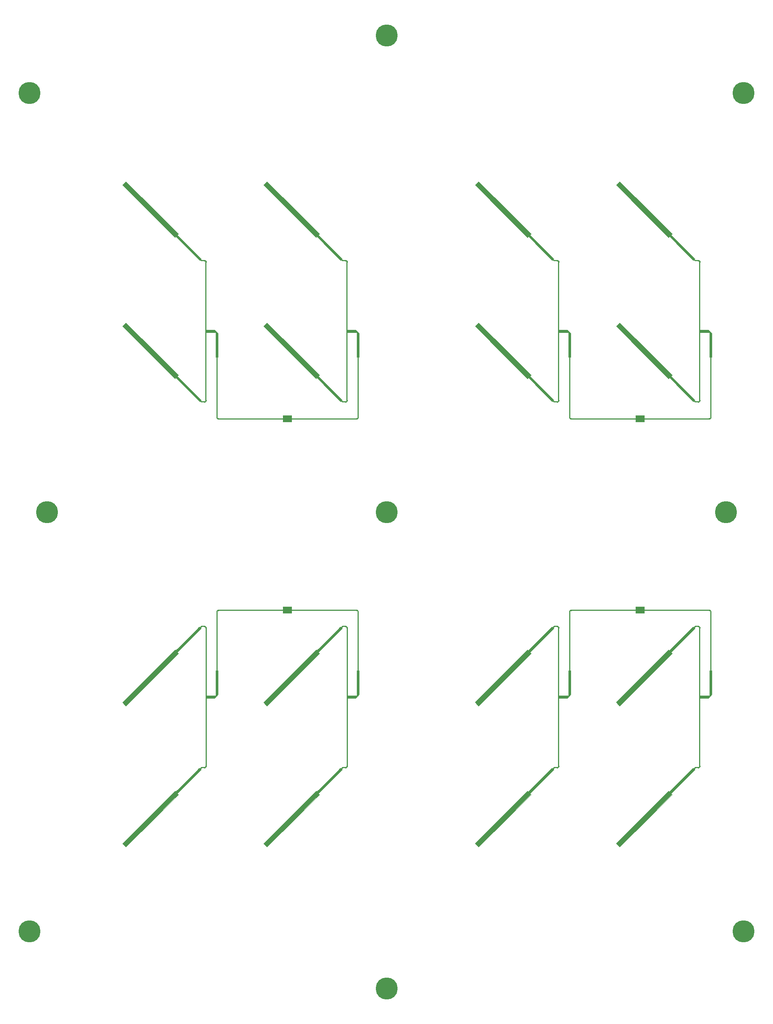
<source format=gbr>
%TF.GenerationSoftware,KiCad,Pcbnew,5.99.0-unknown-283d176cdc~117~ubuntu20.04.1*%
%TF.CreationDate,2021-02-27T14:34:11-06:00*%
%TF.ProjectId,Feeds,46656564-732e-46b6-9963-61645f706362,rev?*%
%TF.SameCoordinates,Original*%
%TF.FileFunction,Copper,L2,Bot*%
%TF.FilePolarity,Positive*%
%FSLAX46Y46*%
G04 Gerber Fmt 4.6, Leading zero omitted, Abs format (unit mm)*
G04 Created by KiCad (PCBNEW 5.99.0-unknown-283d176cdc~117~ubuntu20.04.1) date 2021-02-27 14:34:11*
%MOMM*%
%LPD*%
G01*
G04 APERTURE LIST*
G04 Aperture macros list*
%AMRotRect*
0 Rectangle, with rotation*
0 The origin of the aperture is its center*
0 $1 length*
0 $2 width*
0 $3 Rotation angle, in degrees counterclockwise*
0 Add horizontal line*
21,1,$1,$2,0,0,$3*%
%AMFreePoly0*
4,1,13,0.997739,0.781656,0.997754,0.781621,0.997754,-0.782490,0.997739,-0.782525,0.997704,-0.782540,-1.001585,-0.782540,-1.001620,-0.782525,-1.001635,-0.782490,-1.001635,0.781620,-1.001620,0.781655,-1.001585,0.781670,0.997704,0.781671,0.997739,0.781656,0.997739,0.781656,$1*%
G04 Aperture macros list end*
%TA.AperFunction,EtchedComponent*%
%ADD10C,0.000100*%
%TD*%
%TA.AperFunction,SMDPad,CuDef*%
%ADD11RotRect,1.109000X1.109000X225.000000*%
%TD*%
%TA.AperFunction,ConnectorPad*%
%ADD12C,5.000000*%
%TD*%
%TA.AperFunction,ComponentPad*%
%ADD13C,2.900000*%
%TD*%
%TA.AperFunction,SMDPad,CuDef*%
%ADD14RotRect,1.109000X1.109000X135.000000*%
%TD*%
%TA.AperFunction,ConnectorPad*%
%ADD15R,0.222000X0.111000*%
%TD*%
%TA.AperFunction,ConnectorPad*%
%ADD16R,0.111000X0.222000*%
%TD*%
%TA.AperFunction,SMDPad,CuDef*%
%ADD17R,0.553000X0.553000*%
%TD*%
%TA.AperFunction,SMDPad,CuDef*%
%ADD18RotRect,0.553000X0.553000X135.000000*%
%TD*%
%TA.AperFunction,SMDPad,CuDef*%
%ADD19RotRect,0.553000X0.553000X225.000000*%
%TD*%
%TA.AperFunction,WasherPad*%
%ADD20C,1.565000*%
%TD*%
%TA.AperFunction,SMDPad,CuDef*%
%ADD21FreePoly0,0.000000*%
%TD*%
%TA.AperFunction,SMDPad,CuDef*%
%ADD22FreePoly0,180.000000*%
%TD*%
%TA.AperFunction,Conductor*%
%ADD23C,0.222000*%
%TD*%
G04 APERTURE END LIST*
D10*
%TO.C,AE5*%
X45779489Y-177004692D02*
X33852012Y-188932169D01*
X33852012Y-188932169D02*
X33067831Y-188147988D01*
X33067831Y-188147988D02*
X44995308Y-176220511D01*
X44995308Y-176220511D02*
X45779489Y-177004692D01*
G36*
X45779489Y-177004692D02*
G01*
X33852012Y-188932169D01*
X33067831Y-188147988D01*
X44995308Y-176220511D01*
X45779489Y-177004692D01*
G37*
X76995308Y-50779489D02*
X65067831Y-38852012D01*
X65067831Y-38852012D02*
X65852012Y-38067831D01*
X65852012Y-38067831D02*
X77779489Y-49995308D01*
X77779489Y-49995308D02*
X76995308Y-50779489D01*
G36*
X76995308Y-50779489D02*
G01*
X65067831Y-38852012D01*
X65852012Y-38067831D01*
X77779489Y-49995308D01*
X76995308Y-50779489D01*
G37*
X157779489Y-145004692D02*
X145852012Y-156932169D01*
X145852012Y-156932169D02*
X145067831Y-156147988D01*
X145067831Y-156147988D02*
X156995308Y-144220511D01*
X156995308Y-144220511D02*
X157779489Y-145004692D01*
G36*
X157779489Y-145004692D02*
G01*
X145852012Y-156932169D01*
X145067831Y-156147988D01*
X156995308Y-144220511D01*
X157779489Y-145004692D01*
G37*
X156995308Y-82779489D02*
X145067831Y-70852012D01*
X145067831Y-70852012D02*
X145852012Y-70067831D01*
X145852012Y-70067831D02*
X157779489Y-81995308D01*
X157779489Y-81995308D02*
X156995308Y-82779489D01*
G36*
X156995308Y-82779489D02*
G01*
X145067831Y-70852012D01*
X145852012Y-70067831D01*
X157779489Y-81995308D01*
X156995308Y-82779489D01*
G37*
X157779489Y-177004692D02*
X145852012Y-188932169D01*
X145852012Y-188932169D02*
X145067831Y-188147988D01*
X145067831Y-188147988D02*
X156995308Y-176220511D01*
X156995308Y-176220511D02*
X157779489Y-177004692D01*
G36*
X157779489Y-177004692D02*
G01*
X145852012Y-188932169D01*
X145067831Y-188147988D01*
X156995308Y-176220511D01*
X157779489Y-177004692D01*
G37*
X44995308Y-50779489D02*
X33067831Y-38852012D01*
X33067831Y-38852012D02*
X33852012Y-38067831D01*
X33852012Y-38067831D02*
X45779489Y-49995308D01*
X45779489Y-49995308D02*
X44995308Y-50779489D01*
G36*
X44995308Y-50779489D02*
G01*
X33067831Y-38852012D01*
X33852012Y-38067831D01*
X45779489Y-49995308D01*
X44995308Y-50779489D01*
G37*
X44995308Y-82779489D02*
X33067831Y-70852012D01*
X33067831Y-70852012D02*
X33852012Y-70067831D01*
X33852012Y-70067831D02*
X45779489Y-81995308D01*
X45779489Y-81995308D02*
X44995308Y-82779489D01*
G36*
X44995308Y-82779489D02*
G01*
X33067831Y-70852012D01*
X33852012Y-70067831D01*
X45779489Y-81995308D01*
X44995308Y-82779489D01*
G37*
X125779489Y-177004692D02*
X113852012Y-188932169D01*
X113852012Y-188932169D02*
X113067831Y-188147988D01*
X113067831Y-188147988D02*
X124995308Y-176220511D01*
X124995308Y-176220511D02*
X125779489Y-177004692D01*
G36*
X125779489Y-177004692D02*
G01*
X113852012Y-188932169D01*
X113067831Y-188147988D01*
X124995308Y-176220511D01*
X125779489Y-177004692D01*
G37*
X125779489Y-145004692D02*
X113852012Y-156932169D01*
X113852012Y-156932169D02*
X113067831Y-156147988D01*
X113067831Y-156147988D02*
X124995308Y-144220511D01*
X124995308Y-144220511D02*
X125779489Y-145004692D01*
G36*
X125779489Y-145004692D02*
G01*
X113852012Y-156932169D01*
X113067831Y-156147988D01*
X124995308Y-144220511D01*
X125779489Y-145004692D01*
G37*
X76995308Y-82779489D02*
X65067831Y-70852012D01*
X65067831Y-70852012D02*
X65852012Y-70067831D01*
X65852012Y-70067831D02*
X77779489Y-81995308D01*
X77779489Y-81995308D02*
X76995308Y-82779489D01*
G36*
X76995308Y-82779489D02*
G01*
X65067831Y-70852012D01*
X65852012Y-70067831D01*
X77779489Y-81995308D01*
X76995308Y-82779489D01*
G37*
X124995308Y-82779489D02*
X113067831Y-70852012D01*
X113067831Y-70852012D02*
X113852012Y-70067831D01*
X113852012Y-70067831D02*
X125779489Y-81995308D01*
X125779489Y-81995308D02*
X124995308Y-82779489D01*
G36*
X124995308Y-82779489D02*
G01*
X113067831Y-70852012D01*
X113852012Y-70067831D01*
X125779489Y-81995308D01*
X124995308Y-82779489D01*
G37*
X124995308Y-50779489D02*
X113067831Y-38852012D01*
X113067831Y-38852012D02*
X113852012Y-38067831D01*
X113852012Y-38067831D02*
X125779489Y-49995308D01*
X125779489Y-49995308D02*
X124995308Y-50779489D01*
G36*
X124995308Y-50779489D02*
G01*
X113067831Y-38852012D01*
X113852012Y-38067831D01*
X125779489Y-49995308D01*
X124995308Y-50779489D01*
G37*
X77779489Y-177004692D02*
X65852012Y-188932169D01*
X65852012Y-188932169D02*
X65067831Y-188147988D01*
X65067831Y-188147988D02*
X76995308Y-176220511D01*
X76995308Y-176220511D02*
X77779489Y-177004692D01*
G36*
X77779489Y-177004692D02*
G01*
X65852012Y-188932169D01*
X65067831Y-188147988D01*
X76995308Y-176220511D01*
X77779489Y-177004692D01*
G37*
X77779489Y-145004692D02*
X65852012Y-156932169D01*
X65852012Y-156932169D02*
X65067831Y-156147988D01*
X65067831Y-156147988D02*
X76995308Y-144220511D01*
X76995308Y-144220511D02*
X77779489Y-145004692D01*
G36*
X77779489Y-145004692D02*
G01*
X65852012Y-156932169D01*
X65067831Y-156147988D01*
X76995308Y-144220511D01*
X77779489Y-145004692D01*
G37*
X45779489Y-145004692D02*
X33852012Y-156932169D01*
X33852012Y-156932169D02*
X33067831Y-156147988D01*
X33067831Y-156147988D02*
X44995308Y-144220511D01*
X44995308Y-144220511D02*
X45779489Y-145004692D01*
G36*
X45779489Y-145004692D02*
G01*
X33852012Y-156932169D01*
X33067831Y-156147988D01*
X44995308Y-144220511D01*
X45779489Y-145004692D01*
G37*
X156995308Y-50779489D02*
X145067831Y-38852012D01*
X145067831Y-38852012D02*
X145852012Y-38067831D01*
X145852012Y-38067831D02*
X157779489Y-49995308D01*
X157779489Y-49995308D02*
X156995308Y-50779489D01*
G36*
X156995308Y-50779489D02*
G01*
X145067831Y-38852012D01*
X145852012Y-38067831D01*
X157779489Y-49995308D01*
X156995308Y-50779489D01*
G37*
%TO.C,REF\u002A\u002A*%
X163842025Y-138782025D02*
X163648025Y-138782025D01*
X163648025Y-138782025D02*
X163648025Y-139004025D01*
X163648025Y-139004025D02*
X163913025Y-139004025D01*
X163913025Y-139004025D02*
X163913025Y-139269025D01*
X163913025Y-139269025D02*
X164135025Y-139269025D01*
X164135025Y-139269025D02*
X164135025Y-139070025D01*
X164135025Y-139070025D02*
X163842025Y-138782025D01*
G36*
X164135025Y-139070025D02*
G01*
X164135025Y-139269025D01*
X163913025Y-139269025D01*
X163913025Y-139004025D01*
X163648025Y-139004025D01*
X163648025Y-138782025D01*
X163842025Y-138782025D01*
X164135025Y-139070025D01*
G37*
X164135025Y-139070025D02*
X164135025Y-139269025D01*
X163913025Y-139269025D01*
X163913025Y-139004025D01*
X163648025Y-139004025D01*
X163648025Y-138782025D01*
X163842025Y-138782025D01*
X164135025Y-139070025D01*
X86349000Y-135142975D02*
X86155000Y-135142975D01*
X86155000Y-135142975D02*
X86155000Y-135364975D01*
X86155000Y-135364975D02*
X86420000Y-135364975D01*
X86420000Y-135364975D02*
X86420000Y-135629975D01*
X86420000Y-135629975D02*
X86642000Y-135629975D01*
X86642000Y-135629975D02*
X86642000Y-135430975D01*
X86642000Y-135430975D02*
X86349000Y-135142975D01*
G36*
X86642000Y-135430975D02*
G01*
X86642000Y-135629975D01*
X86420000Y-135629975D01*
X86420000Y-135364975D01*
X86155000Y-135364975D01*
X86155000Y-135142975D01*
X86349000Y-135142975D01*
X86642000Y-135430975D01*
G37*
X86642000Y-135430975D02*
X86642000Y-135629975D01*
X86420000Y-135629975D01*
X86420000Y-135364975D01*
X86155000Y-135364975D01*
X86155000Y-135142975D01*
X86349000Y-135142975D01*
X86642000Y-135430975D01*
X132121025Y-87818025D02*
X132121025Y-87624025D01*
X132121025Y-87624025D02*
X131899025Y-87624025D01*
X131899025Y-87624025D02*
X131899025Y-87889025D01*
X131899025Y-87889025D02*
X131634025Y-87889025D01*
X131634025Y-87889025D02*
X131634025Y-88111025D01*
X131634025Y-88111025D02*
X131833025Y-88111025D01*
X131833025Y-88111025D02*
X132121025Y-87818025D01*
G36*
X132121025Y-87818025D02*
G01*
X131833025Y-88111025D01*
X131634025Y-88111025D01*
X131634025Y-87889025D01*
X131899025Y-87889025D01*
X131899025Y-87624025D01*
X132121025Y-87624025D01*
X132121025Y-87818025D01*
G37*
X132121025Y-87818025D02*
X131833025Y-88111025D01*
X131634025Y-88111025D01*
X131634025Y-87889025D01*
X131899025Y-87889025D01*
X131899025Y-87624025D01*
X132121025Y-87624025D01*
X132121025Y-87818025D01*
X166254000Y-148973025D02*
X166808000Y-148973025D01*
X166808000Y-148973025D02*
X166808000Y-154387025D01*
X166808000Y-154387025D02*
X166254000Y-154942025D01*
X166254000Y-154942025D02*
X166254000Y-154616025D01*
X166254000Y-154616025D02*
X166254000Y-148973025D01*
G36*
X166808000Y-154387025D02*
G01*
X166254000Y-154942025D01*
X166254000Y-148973025D01*
X166808000Y-148973025D01*
X166808000Y-154387025D01*
G37*
X166808000Y-154387025D02*
X166254000Y-154942025D01*
X166254000Y-148973025D01*
X166808000Y-148973025D01*
X166808000Y-154387025D01*
X166025000Y-155170025D02*
X164135273Y-155170025D01*
X164135273Y-155170025D02*
X164135273Y-154616025D01*
X164135273Y-154616025D02*
X166254000Y-154616025D01*
X166254000Y-154616025D02*
X166254000Y-154942025D01*
X166254000Y-154942025D02*
X166025000Y-155170025D01*
G36*
X166254000Y-154942025D02*
G01*
X166025000Y-155170025D01*
X164135273Y-155170025D01*
X164135273Y-154616025D01*
X166254000Y-154616025D01*
X166254000Y-154942025D01*
G37*
X166254000Y-154942025D02*
X166025000Y-155170025D01*
X164135273Y-155170025D01*
X164135273Y-154616025D01*
X166254000Y-154616025D01*
X166254000Y-154942025D01*
X82581266Y-55993003D02*
X82973003Y-55601266D01*
X82973003Y-55601266D02*
X77570000Y-50198263D01*
X77570000Y-50198263D02*
X77178263Y-50590000D01*
X77178263Y-50590000D02*
X82581266Y-55993003D01*
G36*
X82973003Y-55601266D02*
G01*
X82581266Y-55993003D01*
X77178263Y-50590000D01*
X77570000Y-50198263D01*
X82973003Y-55601266D01*
G37*
X82973003Y-55601266D02*
X82581266Y-55993003D01*
X77178263Y-50590000D01*
X77570000Y-50198263D01*
X82973003Y-55601266D01*
X83842025Y-138782025D02*
X83648025Y-138782025D01*
X83648025Y-138782025D02*
X83648025Y-139004025D01*
X83648025Y-139004025D02*
X83913025Y-139004025D01*
X83913025Y-139004025D02*
X83913025Y-139269025D01*
X83913025Y-139269025D02*
X84135025Y-139269025D01*
X84135025Y-139269025D02*
X84135025Y-139070025D01*
X84135025Y-139070025D02*
X83842025Y-138782025D01*
G36*
X84135025Y-139070025D02*
G01*
X84135025Y-139269025D01*
X83913025Y-139269025D01*
X83913025Y-139004025D01*
X83648025Y-139004025D01*
X83648025Y-138782025D01*
X83842025Y-138782025D01*
X84135025Y-139070025D01*
G37*
X84135025Y-139070025D02*
X84135025Y-139269025D01*
X83913025Y-139269025D01*
X83913025Y-139004025D01*
X83648025Y-139004025D01*
X83648025Y-138782025D01*
X83842025Y-138782025D01*
X84135025Y-139070025D01*
X82964003Y-171386734D02*
X82572266Y-170994997D01*
X82572266Y-170994997D02*
X77169263Y-176398000D01*
X77169263Y-176398000D02*
X77561000Y-176789737D01*
X77561000Y-176789737D02*
X82964003Y-171386734D01*
G36*
X82964003Y-171386734D02*
G01*
X77561000Y-176789737D01*
X77169263Y-176398000D01*
X82572266Y-170994997D01*
X82964003Y-171386734D01*
G37*
X82964003Y-171386734D02*
X77561000Y-176789737D01*
X77169263Y-176398000D01*
X82572266Y-170994997D01*
X82964003Y-171386734D01*
X51842025Y-138782025D02*
X51648025Y-138782025D01*
X51648025Y-138782025D02*
X51648025Y-139004025D01*
X51648025Y-139004025D02*
X51913025Y-139004025D01*
X51913025Y-139004025D02*
X51913025Y-139269025D01*
X51913025Y-139269025D02*
X52135025Y-139269025D01*
X52135025Y-139269025D02*
X52135025Y-139070025D01*
X52135025Y-139070025D02*
X51842025Y-138782025D01*
G36*
X52135025Y-139070025D02*
G01*
X52135025Y-139269025D01*
X51913025Y-139269025D01*
X51913025Y-139004025D01*
X51648025Y-139004025D01*
X51648025Y-138782025D01*
X51842025Y-138782025D01*
X52135025Y-139070025D01*
G37*
X52135025Y-139070025D02*
X52135025Y-139269025D01*
X51913025Y-139269025D01*
X51913025Y-139004025D01*
X51648025Y-139004025D01*
X51648025Y-138782025D01*
X51842025Y-138782025D01*
X52135025Y-139070025D01*
X164121025Y-87818025D02*
X164121025Y-87624025D01*
X164121025Y-87624025D02*
X163899025Y-87624025D01*
X163899025Y-87624025D02*
X163899025Y-87889025D01*
X163899025Y-87889025D02*
X163634025Y-87889025D01*
X163634025Y-87889025D02*
X163634025Y-88111025D01*
X163634025Y-88111025D02*
X163833025Y-88111025D01*
X163833025Y-88111025D02*
X164121025Y-87818025D01*
G36*
X164121025Y-87818025D02*
G01*
X163833025Y-88111025D01*
X163634025Y-88111025D01*
X163634025Y-87889025D01*
X163899025Y-87889025D01*
X163899025Y-87624025D01*
X164121025Y-87624025D01*
X164121025Y-87818025D01*
G37*
X164121025Y-87818025D02*
X163833025Y-88111025D01*
X163634025Y-88111025D01*
X163634025Y-87889025D01*
X163899025Y-87889025D01*
X163899025Y-87624025D01*
X164121025Y-87624025D01*
X164121025Y-87818025D01*
X86254000Y-148973025D02*
X86808000Y-148973025D01*
X86808000Y-148973025D02*
X86808000Y-154387025D01*
X86808000Y-154387025D02*
X86254000Y-154942025D01*
X86254000Y-154942025D02*
X86254000Y-154616025D01*
X86254000Y-154616025D02*
X86254000Y-148973025D01*
G36*
X86808000Y-154387025D02*
G01*
X86254000Y-154942025D01*
X86254000Y-148973025D01*
X86808000Y-148973025D01*
X86808000Y-154387025D01*
G37*
X86808000Y-154387025D02*
X86254000Y-154942025D01*
X86254000Y-148973025D01*
X86808000Y-148973025D01*
X86808000Y-154387025D01*
X86025000Y-155170025D02*
X84135273Y-155170025D01*
X84135273Y-155170025D02*
X84135273Y-154616025D01*
X84135273Y-154616025D02*
X86254000Y-154616025D01*
X86254000Y-154616025D02*
X86254000Y-154942025D01*
X86254000Y-154942025D02*
X86025000Y-155170025D01*
G36*
X86254000Y-154942025D02*
G01*
X86025000Y-155170025D01*
X84135273Y-155170025D01*
X84135273Y-154616025D01*
X86254000Y-154616025D01*
X86254000Y-154942025D01*
G37*
X86254000Y-154942025D02*
X86025000Y-155170025D01*
X84135273Y-155170025D01*
X84135273Y-154616025D01*
X86254000Y-154616025D01*
X86254000Y-154942025D01*
X162581266Y-87993003D02*
X162973003Y-87601266D01*
X162973003Y-87601266D02*
X157570000Y-82198263D01*
X157570000Y-82198263D02*
X157178263Y-82590000D01*
X157178263Y-82590000D02*
X162581266Y-87993003D01*
G36*
X162973003Y-87601266D02*
G01*
X162581266Y-87993003D01*
X157178263Y-82590000D01*
X157570000Y-82198263D01*
X162973003Y-87601266D01*
G37*
X162973003Y-87601266D02*
X162581266Y-87993003D01*
X157178263Y-82590000D01*
X157570000Y-82198263D01*
X162973003Y-87601266D01*
X50964003Y-139386734D02*
X50572266Y-138994997D01*
X50572266Y-138994997D02*
X45169263Y-144398000D01*
X45169263Y-144398000D02*
X45561000Y-144789737D01*
X45561000Y-144789737D02*
X50964003Y-139386734D01*
G36*
X50964003Y-139386734D02*
G01*
X45561000Y-144789737D01*
X45169263Y-144398000D01*
X50572266Y-138994997D01*
X50964003Y-139386734D01*
G37*
X50964003Y-139386734D02*
X45561000Y-144789737D01*
X45169263Y-144398000D01*
X50572266Y-138994997D01*
X50964003Y-139386734D01*
X54010000Y-71723025D02*
X52120273Y-71723025D01*
X52120273Y-71723025D02*
X52120273Y-72277025D01*
X52120273Y-72277025D02*
X54239000Y-72277025D01*
X54239000Y-72277025D02*
X54239000Y-71951025D01*
X54239000Y-71951025D02*
X54010000Y-71723025D01*
G36*
X54239000Y-71951025D02*
G01*
X54239000Y-72277025D01*
X52120273Y-72277025D01*
X52120273Y-71723025D01*
X54010000Y-71723025D01*
X54239000Y-71951025D01*
G37*
X54239000Y-71951025D02*
X54239000Y-72277025D01*
X52120273Y-72277025D01*
X52120273Y-71723025D01*
X54010000Y-71723025D01*
X54239000Y-71951025D01*
X54239000Y-77920025D02*
X54793000Y-77920025D01*
X54793000Y-77920025D02*
X54793000Y-72506025D01*
X54793000Y-72506025D02*
X54239000Y-71951025D01*
X54239000Y-71951025D02*
X54239000Y-72277025D01*
X54239000Y-72277025D02*
X54239000Y-77920025D01*
G36*
X54793000Y-72506025D02*
G01*
X54793000Y-77920025D01*
X54239000Y-77920025D01*
X54239000Y-71951025D01*
X54793000Y-72506025D01*
G37*
X54793000Y-72506025D02*
X54793000Y-77920025D01*
X54239000Y-77920025D01*
X54239000Y-71951025D01*
X54793000Y-72506025D01*
X83828025Y-55889025D02*
X83634025Y-55889025D01*
X83634025Y-55889025D02*
X83634025Y-56111025D01*
X83634025Y-56111025D02*
X83899025Y-56111025D01*
X83899025Y-56111025D02*
X83899025Y-56376025D01*
X83899025Y-56376025D02*
X84121025Y-56376025D01*
X84121025Y-56376025D02*
X84121025Y-56177025D01*
X84121025Y-56177025D02*
X83828025Y-55889025D01*
G36*
X84121025Y-56177025D02*
G01*
X84121025Y-56376025D01*
X83899025Y-56376025D01*
X83899025Y-56111025D01*
X83634025Y-56111025D01*
X83634025Y-55889025D01*
X83828025Y-55889025D01*
X84121025Y-56177025D01*
G37*
X84121025Y-56177025D02*
X84121025Y-56376025D01*
X83899025Y-56376025D01*
X83899025Y-56111025D01*
X83634025Y-56111025D01*
X83634025Y-55889025D01*
X83828025Y-55889025D01*
X84121025Y-56177025D01*
X84121025Y-87818025D02*
X84121025Y-87624025D01*
X84121025Y-87624025D02*
X83899025Y-87624025D01*
X83899025Y-87624025D02*
X83899025Y-87889025D01*
X83899025Y-87889025D02*
X83634025Y-87889025D01*
X83634025Y-87889025D02*
X83634025Y-88111025D01*
X83634025Y-88111025D02*
X83833025Y-88111025D01*
X83833025Y-88111025D02*
X84121025Y-87818025D01*
G36*
X84121025Y-87818025D02*
G01*
X83833025Y-88111025D01*
X83634025Y-88111025D01*
X83634025Y-87889025D01*
X83899025Y-87889025D01*
X83899025Y-87624025D01*
X84121025Y-87624025D01*
X84121025Y-87818025D01*
G37*
X84121025Y-87818025D02*
X83833025Y-88111025D01*
X83634025Y-88111025D01*
X83634025Y-87889025D01*
X83899025Y-87889025D01*
X83899025Y-87624025D01*
X84121025Y-87624025D01*
X84121025Y-87818025D01*
X54254000Y-148973025D02*
X54808000Y-148973025D01*
X54808000Y-148973025D02*
X54808000Y-154387025D01*
X54808000Y-154387025D02*
X54254000Y-154942025D01*
X54254000Y-154942025D02*
X54254000Y-154616025D01*
X54254000Y-154616025D02*
X54254000Y-148973025D01*
G36*
X54808000Y-154387025D02*
G01*
X54254000Y-154942025D01*
X54254000Y-148973025D01*
X54808000Y-148973025D01*
X54808000Y-154387025D01*
G37*
X54808000Y-154387025D02*
X54254000Y-154942025D01*
X54254000Y-148973025D01*
X54808000Y-148973025D01*
X54808000Y-154387025D01*
X54025000Y-155170025D02*
X52135273Y-155170025D01*
X52135273Y-155170025D02*
X52135273Y-154616025D01*
X52135273Y-154616025D02*
X54254000Y-154616025D01*
X54254000Y-154616025D02*
X54254000Y-154942025D01*
X54254000Y-154942025D02*
X54025000Y-155170025D01*
G36*
X54254000Y-154942025D02*
G01*
X54025000Y-155170025D01*
X52135273Y-155170025D01*
X52135273Y-154616025D01*
X54254000Y-154616025D01*
X54254000Y-154942025D01*
G37*
X54254000Y-154942025D02*
X54025000Y-155170025D01*
X52135273Y-155170025D01*
X52135273Y-154616025D01*
X54254000Y-154616025D01*
X54254000Y-154942025D01*
X166627000Y-91664025D02*
X166627000Y-91470025D01*
X166627000Y-91470025D02*
X166405000Y-91470025D01*
X166405000Y-91470025D02*
X166405000Y-91735025D01*
X166405000Y-91735025D02*
X166140000Y-91735025D01*
X166140000Y-91735025D02*
X166140000Y-91957025D01*
X166140000Y-91957025D02*
X166339000Y-91957025D01*
X166339000Y-91957025D02*
X166627000Y-91664025D01*
G36*
X166627000Y-91664025D02*
G01*
X166339000Y-91957025D01*
X166140000Y-91957025D01*
X166140000Y-91735025D01*
X166405000Y-91735025D01*
X166405000Y-91470025D01*
X166627000Y-91470025D01*
X166627000Y-91664025D01*
G37*
X166627000Y-91664025D02*
X166339000Y-91957025D01*
X166140000Y-91957025D01*
X166140000Y-91735025D01*
X166405000Y-91735025D01*
X166405000Y-91470025D01*
X166627000Y-91470025D01*
X166627000Y-91664025D01*
X130964003Y-171386734D02*
X130572266Y-170994997D01*
X130572266Y-170994997D02*
X125169263Y-176398000D01*
X125169263Y-176398000D02*
X125561000Y-176789737D01*
X125561000Y-176789737D02*
X130964003Y-171386734D01*
G36*
X130964003Y-171386734D02*
G01*
X125561000Y-176789737D01*
X125169263Y-176398000D01*
X130572266Y-170994997D01*
X130964003Y-171386734D01*
G37*
X130964003Y-171386734D02*
X125561000Y-176789737D01*
X125169263Y-176398000D01*
X130572266Y-170994997D01*
X130964003Y-171386734D01*
X50581266Y-87993003D02*
X50973003Y-87601266D01*
X50973003Y-87601266D02*
X45570000Y-82198263D01*
X45570000Y-82198263D02*
X45178263Y-82590000D01*
X45178263Y-82590000D02*
X50581266Y-87993003D01*
G36*
X50973003Y-87601266D02*
G01*
X50581266Y-87993003D01*
X45178263Y-82590000D01*
X45570000Y-82198263D01*
X50973003Y-87601266D01*
G37*
X50973003Y-87601266D02*
X50581266Y-87993003D01*
X45178263Y-82590000D01*
X45570000Y-82198263D01*
X50973003Y-87601266D01*
X84135025Y-170711025D02*
X84135025Y-170517025D01*
X84135025Y-170517025D02*
X83913025Y-170517025D01*
X83913025Y-170517025D02*
X83913025Y-170782025D01*
X83913025Y-170782025D02*
X83648025Y-170782025D01*
X83648025Y-170782025D02*
X83648025Y-171004025D01*
X83648025Y-171004025D02*
X83847025Y-171004025D01*
X83847025Y-171004025D02*
X84135025Y-170711025D01*
G36*
X84135025Y-170711025D02*
G01*
X83847025Y-171004025D01*
X83648025Y-171004025D01*
X83648025Y-170782025D01*
X83913025Y-170782025D01*
X83913025Y-170517025D01*
X84135025Y-170517025D01*
X84135025Y-170711025D01*
G37*
X84135025Y-170711025D02*
X83847025Y-171004025D01*
X83648025Y-171004025D01*
X83648025Y-170782025D01*
X83913025Y-170782025D01*
X83913025Y-170517025D01*
X84135025Y-170517025D01*
X84135025Y-170711025D01*
X52121025Y-87818025D02*
X52121025Y-87624025D01*
X52121025Y-87624025D02*
X51899025Y-87624025D01*
X51899025Y-87624025D02*
X51899025Y-87889025D01*
X51899025Y-87889025D02*
X51634025Y-87889025D01*
X51634025Y-87889025D02*
X51634025Y-88111025D01*
X51634025Y-88111025D02*
X51833025Y-88111025D01*
X51833025Y-88111025D02*
X52121025Y-87818025D01*
G36*
X52121025Y-87818025D02*
G01*
X51833025Y-88111025D01*
X51634025Y-88111025D01*
X51634025Y-87889025D01*
X51899025Y-87889025D01*
X51899025Y-87624025D01*
X52121025Y-87624025D01*
X52121025Y-87818025D01*
G37*
X52121025Y-87818025D02*
X51833025Y-88111025D01*
X51634025Y-88111025D01*
X51634025Y-87889025D01*
X51899025Y-87889025D01*
X51899025Y-87624025D01*
X52121025Y-87624025D01*
X52121025Y-87818025D01*
X50964003Y-171386734D02*
X50572266Y-170994997D01*
X50572266Y-170994997D02*
X45169263Y-176398000D01*
X45169263Y-176398000D02*
X45561000Y-176789737D01*
X45561000Y-176789737D02*
X50964003Y-171386734D01*
G36*
X50964003Y-171386734D02*
G01*
X45561000Y-176789737D01*
X45169263Y-176398000D01*
X50572266Y-170994997D01*
X50964003Y-171386734D01*
G37*
X50964003Y-171386734D02*
X45561000Y-176789737D01*
X45169263Y-176398000D01*
X50572266Y-170994997D01*
X50964003Y-171386734D01*
X86010000Y-71723025D02*
X84120273Y-71723025D01*
X84120273Y-71723025D02*
X84120273Y-72277025D01*
X84120273Y-72277025D02*
X86239000Y-72277025D01*
X86239000Y-72277025D02*
X86239000Y-71951025D01*
X86239000Y-71951025D02*
X86010000Y-71723025D01*
G36*
X86239000Y-71951025D02*
G01*
X86239000Y-72277025D01*
X84120273Y-72277025D01*
X84120273Y-71723025D01*
X86010000Y-71723025D01*
X86239000Y-71951025D01*
G37*
X86239000Y-71951025D02*
X86239000Y-72277025D01*
X84120273Y-72277025D01*
X84120273Y-71723025D01*
X86010000Y-71723025D01*
X86239000Y-71951025D01*
X86239000Y-77920025D02*
X86793000Y-77920025D01*
X86793000Y-77920025D02*
X86793000Y-72506025D01*
X86793000Y-72506025D02*
X86239000Y-71951025D01*
X86239000Y-71951025D02*
X86239000Y-72277025D01*
X86239000Y-72277025D02*
X86239000Y-77920025D01*
G36*
X86793000Y-72506025D02*
G01*
X86793000Y-77920025D01*
X86239000Y-77920025D01*
X86239000Y-71951025D01*
X86793000Y-72506025D01*
G37*
X86793000Y-72506025D02*
X86793000Y-77920025D01*
X86239000Y-77920025D01*
X86239000Y-71951025D01*
X86793000Y-72506025D01*
X164135025Y-170711025D02*
X164135025Y-170517025D01*
X164135025Y-170517025D02*
X163913025Y-170517025D01*
X163913025Y-170517025D02*
X163913025Y-170782025D01*
X163913025Y-170782025D02*
X163648025Y-170782025D01*
X163648025Y-170782025D02*
X163648025Y-171004025D01*
X163648025Y-171004025D02*
X163847025Y-171004025D01*
X163847025Y-171004025D02*
X164135025Y-170711025D01*
G36*
X164135025Y-170711025D02*
G01*
X163847025Y-171004025D01*
X163648025Y-171004025D01*
X163648025Y-170782025D01*
X163913025Y-170782025D01*
X163913025Y-170517025D01*
X164135025Y-170517025D01*
X164135025Y-170711025D01*
G37*
X164135025Y-170711025D02*
X163847025Y-171004025D01*
X163648025Y-171004025D01*
X163648025Y-170782025D01*
X163913025Y-170782025D01*
X163913025Y-170517025D01*
X164135025Y-170517025D01*
X164135025Y-170711025D01*
X54420000Y-135435975D02*
X54420000Y-135629975D01*
X54420000Y-135629975D02*
X54642000Y-135629975D01*
X54642000Y-135629975D02*
X54642000Y-135364975D01*
X54642000Y-135364975D02*
X54907000Y-135364975D01*
X54907000Y-135364975D02*
X54907000Y-135142975D01*
X54907000Y-135142975D02*
X54708000Y-135142975D01*
X54708000Y-135142975D02*
X54420000Y-135435975D01*
G36*
X54907000Y-135364975D02*
G01*
X54642000Y-135364975D01*
X54642000Y-135629975D01*
X54420000Y-135629975D01*
X54420000Y-135435975D01*
X54708000Y-135142975D01*
X54907000Y-135142975D01*
X54907000Y-135364975D01*
G37*
X54907000Y-135364975D02*
X54642000Y-135364975D01*
X54642000Y-135629975D01*
X54420000Y-135629975D01*
X54420000Y-135435975D01*
X54708000Y-135142975D01*
X54907000Y-135142975D01*
X54907000Y-135364975D01*
X52135025Y-170711025D02*
X52135025Y-170517025D01*
X52135025Y-170517025D02*
X51913025Y-170517025D01*
X51913025Y-170517025D02*
X51913025Y-170782025D01*
X51913025Y-170782025D02*
X51648025Y-170782025D01*
X51648025Y-170782025D02*
X51648025Y-171004025D01*
X51648025Y-171004025D02*
X51847025Y-171004025D01*
X51847025Y-171004025D02*
X52135025Y-170711025D01*
G36*
X52135025Y-170711025D02*
G01*
X51847025Y-171004025D01*
X51648025Y-171004025D01*
X51648025Y-170782025D01*
X51913025Y-170782025D01*
X51913025Y-170517025D01*
X52135025Y-170517025D01*
X52135025Y-170711025D01*
G37*
X52135025Y-170711025D02*
X51847025Y-171004025D01*
X51648025Y-171004025D01*
X51648025Y-170782025D01*
X51913025Y-170782025D01*
X51913025Y-170517025D01*
X52135025Y-170517025D01*
X52135025Y-170711025D01*
X134698000Y-91957025D02*
X134892000Y-91957025D01*
X134892000Y-91957025D02*
X134892000Y-91735025D01*
X134892000Y-91735025D02*
X134627000Y-91735025D01*
X134627000Y-91735025D02*
X134627000Y-91470025D01*
X134627000Y-91470025D02*
X134405000Y-91470025D01*
X134405000Y-91470025D02*
X134405000Y-91669025D01*
X134405000Y-91669025D02*
X134698000Y-91957025D01*
G36*
X134627000Y-91735025D02*
G01*
X134892000Y-91735025D01*
X134892000Y-91957025D01*
X134698000Y-91957025D01*
X134405000Y-91669025D01*
X134405000Y-91470025D01*
X134627000Y-91470025D01*
X134627000Y-91735025D01*
G37*
X134627000Y-91735025D02*
X134892000Y-91735025D01*
X134892000Y-91957025D01*
X134698000Y-91957025D01*
X134405000Y-91669025D01*
X134405000Y-91470025D01*
X134627000Y-91470025D01*
X134627000Y-91735025D01*
X134420000Y-135435975D02*
X134420000Y-135629975D01*
X134420000Y-135629975D02*
X134642000Y-135629975D01*
X134642000Y-135629975D02*
X134642000Y-135364975D01*
X134642000Y-135364975D02*
X134907000Y-135364975D01*
X134907000Y-135364975D02*
X134907000Y-135142975D01*
X134907000Y-135142975D02*
X134708000Y-135142975D01*
X134708000Y-135142975D02*
X134420000Y-135435975D01*
G36*
X134907000Y-135364975D02*
G01*
X134642000Y-135364975D01*
X134642000Y-135629975D01*
X134420000Y-135629975D01*
X134420000Y-135435975D01*
X134708000Y-135142975D01*
X134907000Y-135142975D01*
X134907000Y-135364975D01*
G37*
X134907000Y-135364975D02*
X134642000Y-135364975D01*
X134642000Y-135629975D01*
X134420000Y-135629975D01*
X134420000Y-135435975D01*
X134708000Y-135142975D01*
X134907000Y-135142975D01*
X134907000Y-135364975D01*
X134239000Y-77920025D02*
X134793000Y-77920025D01*
X134793000Y-77920025D02*
X134793000Y-72506025D01*
X134793000Y-72506025D02*
X134239000Y-71951025D01*
X134239000Y-71951025D02*
X134239000Y-72277025D01*
X134239000Y-72277025D02*
X134239000Y-77920025D01*
G36*
X134793000Y-72506025D02*
G01*
X134793000Y-77920025D01*
X134239000Y-77920025D01*
X134239000Y-71951025D01*
X134793000Y-72506025D01*
G37*
X134793000Y-72506025D02*
X134793000Y-77920025D01*
X134239000Y-77920025D01*
X134239000Y-71951025D01*
X134793000Y-72506025D01*
X134010000Y-71723025D02*
X132120273Y-71723025D01*
X132120273Y-71723025D02*
X132120273Y-72277025D01*
X132120273Y-72277025D02*
X134239000Y-72277025D01*
X134239000Y-72277025D02*
X134239000Y-71951025D01*
X134239000Y-71951025D02*
X134010000Y-71723025D01*
G36*
X134239000Y-71951025D02*
G01*
X134239000Y-72277025D01*
X132120273Y-72277025D01*
X132120273Y-71723025D01*
X134010000Y-71723025D01*
X134239000Y-71951025D01*
G37*
X134239000Y-71951025D02*
X134239000Y-72277025D01*
X132120273Y-72277025D01*
X132120273Y-71723025D01*
X134010000Y-71723025D01*
X134239000Y-71951025D01*
X166349000Y-135142975D02*
X166155000Y-135142975D01*
X166155000Y-135142975D02*
X166155000Y-135364975D01*
X166155000Y-135364975D02*
X166420000Y-135364975D01*
X166420000Y-135364975D02*
X166420000Y-135629975D01*
X166420000Y-135629975D02*
X166642000Y-135629975D01*
X166642000Y-135629975D02*
X166642000Y-135430975D01*
X166642000Y-135430975D02*
X166349000Y-135142975D01*
G36*
X166642000Y-135430975D02*
G01*
X166642000Y-135629975D01*
X166420000Y-135629975D01*
X166420000Y-135364975D01*
X166155000Y-135364975D01*
X166155000Y-135142975D01*
X166349000Y-135142975D01*
X166642000Y-135430975D01*
G37*
X166642000Y-135430975D02*
X166642000Y-135629975D01*
X166420000Y-135629975D01*
X166420000Y-135364975D01*
X166155000Y-135364975D01*
X166155000Y-135142975D01*
X166349000Y-135142975D01*
X166642000Y-135430975D01*
X51828025Y-55889025D02*
X51634025Y-55889025D01*
X51634025Y-55889025D02*
X51634025Y-56111025D01*
X51634025Y-56111025D02*
X51899025Y-56111025D01*
X51899025Y-56111025D02*
X51899025Y-56376025D01*
X51899025Y-56376025D02*
X52121025Y-56376025D01*
X52121025Y-56376025D02*
X52121025Y-56177025D01*
X52121025Y-56177025D02*
X51828025Y-55889025D01*
G36*
X52121025Y-56177025D02*
G01*
X52121025Y-56376025D01*
X51899025Y-56376025D01*
X51899025Y-56111025D01*
X51634025Y-56111025D01*
X51634025Y-55889025D01*
X51828025Y-55889025D01*
X52121025Y-56177025D01*
G37*
X52121025Y-56177025D02*
X52121025Y-56376025D01*
X51899025Y-56376025D01*
X51899025Y-56111025D01*
X51634025Y-56111025D01*
X51634025Y-55889025D01*
X51828025Y-55889025D01*
X52121025Y-56177025D01*
X86627000Y-91664025D02*
X86627000Y-91470025D01*
X86627000Y-91470025D02*
X86405000Y-91470025D01*
X86405000Y-91470025D02*
X86405000Y-91735025D01*
X86405000Y-91735025D02*
X86140000Y-91735025D01*
X86140000Y-91735025D02*
X86140000Y-91957025D01*
X86140000Y-91957025D02*
X86339000Y-91957025D01*
X86339000Y-91957025D02*
X86627000Y-91664025D01*
G36*
X86627000Y-91664025D02*
G01*
X86339000Y-91957025D01*
X86140000Y-91957025D01*
X86140000Y-91735025D01*
X86405000Y-91735025D01*
X86405000Y-91470025D01*
X86627000Y-91470025D01*
X86627000Y-91664025D01*
G37*
X86627000Y-91664025D02*
X86339000Y-91957025D01*
X86140000Y-91957025D01*
X86140000Y-91735025D01*
X86405000Y-91735025D01*
X86405000Y-91470025D01*
X86627000Y-91470025D01*
X86627000Y-91664025D01*
X131828025Y-55889025D02*
X131634025Y-55889025D01*
X131634025Y-55889025D02*
X131634025Y-56111025D01*
X131634025Y-56111025D02*
X131899025Y-56111025D01*
X131899025Y-56111025D02*
X131899025Y-56376025D01*
X131899025Y-56376025D02*
X132121025Y-56376025D01*
X132121025Y-56376025D02*
X132121025Y-56177025D01*
X132121025Y-56177025D02*
X131828025Y-55889025D01*
G36*
X132121025Y-56177025D02*
G01*
X132121025Y-56376025D01*
X131899025Y-56376025D01*
X131899025Y-56111025D01*
X131634025Y-56111025D01*
X131634025Y-55889025D01*
X131828025Y-55889025D01*
X132121025Y-56177025D01*
G37*
X132121025Y-56177025D02*
X132121025Y-56376025D01*
X131899025Y-56376025D01*
X131899025Y-56111025D01*
X131634025Y-56111025D01*
X131634025Y-55889025D01*
X131828025Y-55889025D01*
X132121025Y-56177025D01*
X130581266Y-87993003D02*
X130973003Y-87601266D01*
X130973003Y-87601266D02*
X125570000Y-82198263D01*
X125570000Y-82198263D02*
X125178263Y-82590000D01*
X125178263Y-82590000D02*
X130581266Y-87993003D01*
G36*
X130973003Y-87601266D02*
G01*
X130581266Y-87993003D01*
X125178263Y-82590000D01*
X125570000Y-82198263D01*
X130973003Y-87601266D01*
G37*
X130973003Y-87601266D02*
X130581266Y-87993003D01*
X125178263Y-82590000D01*
X125570000Y-82198263D01*
X130973003Y-87601266D01*
X163828025Y-55889025D02*
X163634025Y-55889025D01*
X163634025Y-55889025D02*
X163634025Y-56111025D01*
X163634025Y-56111025D02*
X163899025Y-56111025D01*
X163899025Y-56111025D02*
X163899025Y-56376025D01*
X163899025Y-56376025D02*
X164121025Y-56376025D01*
X164121025Y-56376025D02*
X164121025Y-56177025D01*
X164121025Y-56177025D02*
X163828025Y-55889025D01*
G36*
X164121025Y-56177025D02*
G01*
X164121025Y-56376025D01*
X163899025Y-56376025D01*
X163899025Y-56111025D01*
X163634025Y-56111025D01*
X163634025Y-55889025D01*
X163828025Y-55889025D01*
X164121025Y-56177025D01*
G37*
X164121025Y-56177025D02*
X164121025Y-56376025D01*
X163899025Y-56376025D01*
X163899025Y-56111025D01*
X163634025Y-56111025D01*
X163634025Y-55889025D01*
X163828025Y-55889025D01*
X164121025Y-56177025D01*
X82964003Y-139386734D02*
X82572266Y-138994997D01*
X82572266Y-138994997D02*
X77169263Y-144398000D01*
X77169263Y-144398000D02*
X77561000Y-144789737D01*
X77561000Y-144789737D02*
X82964003Y-139386734D01*
G36*
X82964003Y-139386734D02*
G01*
X77561000Y-144789737D01*
X77169263Y-144398000D01*
X82572266Y-138994997D01*
X82964003Y-139386734D01*
G37*
X82964003Y-139386734D02*
X77561000Y-144789737D01*
X77169263Y-144398000D01*
X82572266Y-138994997D01*
X82964003Y-139386734D01*
X134254000Y-148973025D02*
X134808000Y-148973025D01*
X134808000Y-148973025D02*
X134808000Y-154387025D01*
X134808000Y-154387025D02*
X134254000Y-154942025D01*
X134254000Y-154942025D02*
X134254000Y-154616025D01*
X134254000Y-154616025D02*
X134254000Y-148973025D01*
G36*
X134808000Y-154387025D02*
G01*
X134254000Y-154942025D01*
X134254000Y-148973025D01*
X134808000Y-148973025D01*
X134808000Y-154387025D01*
G37*
X134808000Y-154387025D02*
X134254000Y-154942025D01*
X134254000Y-148973025D01*
X134808000Y-148973025D01*
X134808000Y-154387025D01*
X134025000Y-155170025D02*
X132135273Y-155170025D01*
X132135273Y-155170025D02*
X132135273Y-154616025D01*
X132135273Y-154616025D02*
X134254000Y-154616025D01*
X134254000Y-154616025D02*
X134254000Y-154942025D01*
X134254000Y-154942025D02*
X134025000Y-155170025D01*
G36*
X134254000Y-154942025D02*
G01*
X134025000Y-155170025D01*
X132135273Y-155170025D01*
X132135273Y-154616025D01*
X134254000Y-154616025D01*
X134254000Y-154942025D01*
G37*
X134254000Y-154942025D02*
X134025000Y-155170025D01*
X132135273Y-155170025D01*
X132135273Y-154616025D01*
X134254000Y-154616025D01*
X134254000Y-154942025D01*
X162964003Y-171386734D02*
X162572266Y-170994997D01*
X162572266Y-170994997D02*
X157169263Y-176398000D01*
X157169263Y-176398000D02*
X157561000Y-176789737D01*
X157561000Y-176789737D02*
X162964003Y-171386734D01*
G36*
X162964003Y-171386734D02*
G01*
X157561000Y-176789737D01*
X157169263Y-176398000D01*
X162572266Y-170994997D01*
X162964003Y-171386734D01*
G37*
X162964003Y-171386734D02*
X157561000Y-176789737D01*
X157169263Y-176398000D01*
X162572266Y-170994997D01*
X162964003Y-171386734D01*
X130581266Y-55993003D02*
X130973003Y-55601266D01*
X130973003Y-55601266D02*
X125570000Y-50198263D01*
X125570000Y-50198263D02*
X125178263Y-50590000D01*
X125178263Y-50590000D02*
X130581266Y-55993003D01*
G36*
X130973003Y-55601266D02*
G01*
X130581266Y-55993003D01*
X125178263Y-50590000D01*
X125570000Y-50198263D01*
X130973003Y-55601266D01*
G37*
X130973003Y-55601266D02*
X130581266Y-55993003D01*
X125178263Y-50590000D01*
X125570000Y-50198263D01*
X130973003Y-55601266D01*
X166239000Y-77920025D02*
X166793000Y-77920025D01*
X166793000Y-77920025D02*
X166793000Y-72506025D01*
X166793000Y-72506025D02*
X166239000Y-71951025D01*
X166239000Y-71951025D02*
X166239000Y-72277025D01*
X166239000Y-72277025D02*
X166239000Y-77920025D01*
G36*
X166793000Y-72506025D02*
G01*
X166793000Y-77920025D01*
X166239000Y-77920025D01*
X166239000Y-71951025D01*
X166793000Y-72506025D01*
G37*
X166793000Y-72506025D02*
X166793000Y-77920025D01*
X166239000Y-77920025D01*
X166239000Y-71951025D01*
X166793000Y-72506025D01*
X166010000Y-71723025D02*
X164120273Y-71723025D01*
X164120273Y-71723025D02*
X164120273Y-72277025D01*
X164120273Y-72277025D02*
X166239000Y-72277025D01*
X166239000Y-72277025D02*
X166239000Y-71951025D01*
X166239000Y-71951025D02*
X166010000Y-71723025D01*
G36*
X166239000Y-71951025D02*
G01*
X166239000Y-72277025D01*
X164120273Y-72277025D01*
X164120273Y-71723025D01*
X166010000Y-71723025D01*
X166239000Y-71951025D01*
G37*
X166239000Y-71951025D02*
X166239000Y-72277025D01*
X164120273Y-72277025D01*
X164120273Y-71723025D01*
X166010000Y-71723025D01*
X166239000Y-71951025D01*
X50581266Y-55993003D02*
X50973003Y-55601266D01*
X50973003Y-55601266D02*
X45570000Y-50198263D01*
X45570000Y-50198263D02*
X45178263Y-50590000D01*
X45178263Y-50590000D02*
X50581266Y-55993003D01*
G36*
X50973003Y-55601266D02*
G01*
X50581266Y-55993003D01*
X45178263Y-50590000D01*
X45570000Y-50198263D01*
X50973003Y-55601266D01*
G37*
X50973003Y-55601266D02*
X50581266Y-55993003D01*
X45178263Y-50590000D01*
X45570000Y-50198263D01*
X50973003Y-55601266D01*
X131842025Y-138782025D02*
X131648025Y-138782025D01*
X131648025Y-138782025D02*
X131648025Y-139004025D01*
X131648025Y-139004025D02*
X131913025Y-139004025D01*
X131913025Y-139004025D02*
X131913025Y-139269025D01*
X131913025Y-139269025D02*
X132135025Y-139269025D01*
X132135025Y-139269025D02*
X132135025Y-139070025D01*
X132135025Y-139070025D02*
X131842025Y-138782025D01*
G36*
X132135025Y-139070025D02*
G01*
X132135025Y-139269025D01*
X131913025Y-139269025D01*
X131913025Y-139004025D01*
X131648025Y-139004025D01*
X131648025Y-138782025D01*
X131842025Y-138782025D01*
X132135025Y-139070025D01*
G37*
X132135025Y-139070025D02*
X132135025Y-139269025D01*
X131913025Y-139269025D01*
X131913025Y-139004025D01*
X131648025Y-139004025D01*
X131648025Y-138782025D01*
X131842025Y-138782025D01*
X132135025Y-139070025D01*
X162964003Y-139386734D02*
X162572266Y-138994997D01*
X162572266Y-138994997D02*
X157169263Y-144398000D01*
X157169263Y-144398000D02*
X157561000Y-144789737D01*
X157561000Y-144789737D02*
X162964003Y-139386734D01*
G36*
X162964003Y-139386734D02*
G01*
X157561000Y-144789737D01*
X157169263Y-144398000D01*
X162572266Y-138994997D01*
X162964003Y-139386734D01*
G37*
X162964003Y-139386734D02*
X157561000Y-144789737D01*
X157169263Y-144398000D01*
X162572266Y-138994997D01*
X162964003Y-139386734D01*
X162581266Y-55993003D02*
X162973003Y-55601266D01*
X162973003Y-55601266D02*
X157570000Y-50198263D01*
X157570000Y-50198263D02*
X157178263Y-50590000D01*
X157178263Y-50590000D02*
X162581266Y-55993003D01*
G36*
X162973003Y-55601266D02*
G01*
X162581266Y-55993003D01*
X157178263Y-50590000D01*
X157570000Y-50198263D01*
X162973003Y-55601266D01*
G37*
X162973003Y-55601266D02*
X162581266Y-55993003D01*
X157178263Y-50590000D01*
X157570000Y-50198263D01*
X162973003Y-55601266D01*
X132135025Y-170711025D02*
X132135025Y-170517025D01*
X132135025Y-170517025D02*
X131913025Y-170517025D01*
X131913025Y-170517025D02*
X131913025Y-170782025D01*
X131913025Y-170782025D02*
X131648025Y-170782025D01*
X131648025Y-170782025D02*
X131648025Y-171004025D01*
X131648025Y-171004025D02*
X131847025Y-171004025D01*
X131847025Y-171004025D02*
X132135025Y-170711025D01*
G36*
X132135025Y-170711025D02*
G01*
X131847025Y-171004025D01*
X131648025Y-171004025D01*
X131648025Y-170782025D01*
X131913025Y-170782025D01*
X131913025Y-170517025D01*
X132135025Y-170517025D01*
X132135025Y-170711025D01*
G37*
X132135025Y-170711025D02*
X131847025Y-171004025D01*
X131648025Y-171004025D01*
X131648025Y-170782025D01*
X131913025Y-170782025D01*
X131913025Y-170517025D01*
X132135025Y-170517025D01*
X132135025Y-170711025D01*
X82581266Y-87993003D02*
X82973003Y-87601266D01*
X82973003Y-87601266D02*
X77570000Y-82198263D01*
X77570000Y-82198263D02*
X77178263Y-82590000D01*
X77178263Y-82590000D02*
X82581266Y-87993003D01*
G36*
X82973003Y-87601266D02*
G01*
X82581266Y-87993003D01*
X77178263Y-82590000D01*
X77570000Y-82198263D01*
X82973003Y-87601266D01*
G37*
X82973003Y-87601266D02*
X82581266Y-87993003D01*
X77178263Y-82590000D01*
X77570000Y-82198263D01*
X82973003Y-87601266D01*
X54698000Y-91957025D02*
X54892000Y-91957025D01*
X54892000Y-91957025D02*
X54892000Y-91735025D01*
X54892000Y-91735025D02*
X54627000Y-91735025D01*
X54627000Y-91735025D02*
X54627000Y-91470025D01*
X54627000Y-91470025D02*
X54405000Y-91470025D01*
X54405000Y-91470025D02*
X54405000Y-91669025D01*
X54405000Y-91669025D02*
X54698000Y-91957025D01*
G36*
X54627000Y-91735025D02*
G01*
X54892000Y-91735025D01*
X54892000Y-91957025D01*
X54698000Y-91957025D01*
X54405000Y-91669025D01*
X54405000Y-91470025D01*
X54627000Y-91470025D01*
X54627000Y-91735025D01*
G37*
X54627000Y-91735025D02*
X54892000Y-91735025D01*
X54892000Y-91957025D01*
X54698000Y-91957025D01*
X54405000Y-91669025D01*
X54405000Y-91470025D01*
X54627000Y-91470025D01*
X54627000Y-91735025D01*
X130964003Y-139386734D02*
X130572266Y-138994997D01*
X130572266Y-138994997D02*
X125169263Y-144398000D01*
X125169263Y-144398000D02*
X125561000Y-144789737D01*
X125561000Y-144789737D02*
X130964003Y-139386734D01*
G36*
X130964003Y-139386734D02*
G01*
X125561000Y-144789737D01*
X125169263Y-144398000D01*
X130572266Y-138994997D01*
X130964003Y-139386734D01*
G37*
X130964003Y-139386734D02*
X125561000Y-144789737D01*
X125169263Y-144398000D01*
X130572266Y-138994997D01*
X130964003Y-139386734D01*
%TD*%
D11*
%TO.P,AE5,1,A*%
%TO.N,/A1E5*%
X44996015Y-177005399D03*
%TD*%
D12*
%TO.P,H10,1,1*%
%TO.N,N/C*%
X93000000Y-5000000D03*
D13*
X93000000Y-5000000D03*
%TD*%
%TO.P,H12,1,1*%
%TO.N,N/C*%
X170000000Y-113000000D03*
D12*
X170000000Y-113000000D03*
%TD*%
%TO.P,H12,1,1*%
%TO.N,N/C*%
X93000000Y-113000000D03*
D13*
X93000000Y-113000000D03*
%TD*%
D14*
%TO.P,AE5,1,A*%
%TO.N,/A1E5*%
X76994601Y-49996015D03*
%TD*%
D11*
%TO.P,AE5,1,A*%
%TO.N,/A1E5*%
X156996015Y-145005399D03*
%TD*%
D14*
%TO.P,AE5,1,A*%
%TO.N,/A1E5*%
X156994601Y-81996015D03*
%TD*%
D11*
%TO.P,AE5,1,A*%
%TO.N,/A1E5*%
X156996015Y-177005399D03*
%TD*%
D14*
%TO.P,AE5,1,A*%
%TO.N,/A1E5*%
X44994601Y-49996015D03*
%TD*%
%TO.P,AE5,1,A*%
%TO.N,/A1E5*%
X44994601Y-81996015D03*
%TD*%
D11*
%TO.P,AE5,1,A*%
%TO.N,/A1E5*%
X124996015Y-177005399D03*
%TD*%
D12*
%TO.P,H4,1,1*%
%TO.N,N/C*%
X174000000Y-208000000D03*
D13*
X174000000Y-208000000D03*
%TD*%
D11*
%TO.P,AE5,1,A*%
%TO.N,/A1E5*%
X124996015Y-145005399D03*
%TD*%
D14*
%TO.P,AE5,1,A*%
%TO.N,/A1E5*%
X76994601Y-81996015D03*
%TD*%
%TO.P,AE5,1,A*%
%TO.N,/A1E5*%
X124994601Y-81996015D03*
%TD*%
%TO.P,AE5,1,A*%
%TO.N,/A1E5*%
X124994601Y-49996015D03*
%TD*%
D11*
%TO.P,AE5,1,A*%
%TO.N,/A1E5*%
X76996015Y-177005399D03*
%TD*%
D12*
%TO.P,H9,1,1*%
%TO.N,N/C*%
X93000000Y-221000000D03*
D13*
X93000000Y-221000000D03*
%TD*%
D11*
%TO.P,AE5,1,A*%
%TO.N,/A1E5*%
X76996015Y-145005399D03*
%TD*%
%TO.P,AE5,1,A*%
%TO.N,/A1E5*%
X44996015Y-145005399D03*
%TD*%
D12*
%TO.P,H2,1,1*%
%TO.N,N/C*%
X174000000Y-18000000D03*
D13*
X174000000Y-18000000D03*
%TD*%
D12*
%TO.P,H3,1,1*%
%TO.N,N/C*%
X12000000Y-208000000D03*
D13*
X12000000Y-208000000D03*
%TD*%
%TO.P,H1,1,1*%
%TO.N,N/C*%
X12000000Y-18000000D03*
D12*
X12000000Y-18000000D03*
%TD*%
%TO.P,H11,1,1*%
%TO.N,N/C*%
X16000000Y-113000000D03*
D13*
X16000000Y-113000000D03*
%TD*%
D14*
%TO.P,AE5,1,A*%
%TO.N,/A1E5*%
X156994601Y-49996015D03*
%TD*%
D15*
%TO.P,REF\u002A\u002A,1*%
%TO.N,N/C*%
X164024025Y-139213025D03*
D16*
%TO.P,REF\u002A\u002A,2*%
X163704025Y-138893025D03*
%TD*%
D15*
%TO.P,REF\u002A\u002A,1*%
%TO.N,N/C*%
X86531000Y-135573975D03*
D16*
%TO.P,REF\u002A\u002A,2*%
X86211000Y-135253975D03*
%TD*%
%TO.P,REF\u002A\u002A,1*%
%TO.N,N/C*%
X131690025Y-88000025D03*
D15*
%TO.P,REF\u002A\u002A,2*%
X132010025Y-87680025D03*
%TD*%
D17*
%TO.P,REF\u002A\u002A,1*%
%TO.N,N/C*%
X166532000Y-149251025D03*
%TO.P,REF\u002A\u002A,2*%
X164411800Y-154893025D03*
%TD*%
D18*
%TO.P,REF\u002A\u002A,1*%
%TO.N,N/C*%
X82581619Y-55601619D03*
%TO.P,REF\u002A\u002A,2*%
%TO.N,/A1E5*%
X77570000Y-50590000D03*
%TD*%
D15*
%TO.P,REF\u002A\u002A,1*%
%TO.N,N/C*%
X84024025Y-139213025D03*
D16*
%TO.P,REF\u002A\u002A,2*%
X83704025Y-138893025D03*
%TD*%
D19*
%TO.P,REF\u002A\u002A,1*%
%TO.N,N/C*%
X82572619Y-171386381D03*
%TO.P,REF\u002A\u002A,2*%
%TO.N,/A1E5*%
X77561000Y-176398000D03*
%TD*%
D15*
%TO.P,REF\u002A\u002A,1*%
%TO.N,N/C*%
X52024025Y-139213025D03*
D16*
%TO.P,REF\u002A\u002A,2*%
X51704025Y-138893025D03*
%TD*%
%TO.P,REF\u002A\u002A,1*%
%TO.N,N/C*%
X163690025Y-88000025D03*
D15*
%TO.P,REF\u002A\u002A,2*%
X164010025Y-87680025D03*
%TD*%
D17*
%TO.P,REF\u002A\u002A,1*%
%TO.N,N/C*%
X86532000Y-149251025D03*
%TO.P,REF\u002A\u002A,2*%
X84411800Y-154893025D03*
%TD*%
D18*
%TO.P,REF\u002A\u002A,1*%
%TO.N,N/C*%
X162581619Y-87601619D03*
%TO.P,REF\u002A\u002A,2*%
%TO.N,/A1E5*%
X157570000Y-82590000D03*
%TD*%
D19*
%TO.P,REF\u002A\u002A,1*%
%TO.N,N/C*%
X50572619Y-139386381D03*
%TO.P,REF\u002A\u002A,2*%
%TO.N,/A1E5*%
X45561000Y-144398000D03*
%TD*%
D17*
%TO.P,REF\u002A\u002A,1*%
%TO.N,N/C*%
X54516000Y-77643025D03*
%TO.P,REF\u002A\u002A,2*%
X52396800Y-72000025D03*
%TD*%
D20*
%TO.P,Feed4,*%
%TO.N,/A1P1*%
X70531000Y-135253975D03*
D21*
%TO.P,Feed4,1,A*%
X70531000Y-135253975D03*
%TD*%
D15*
%TO.P,REF\u002A\u002A,1*%
%TO.N,N/C*%
X84010025Y-56320025D03*
D16*
%TO.P,REF\u002A\u002A,2*%
X83690025Y-56000025D03*
%TD*%
%TO.P,REF\u002A\u002A,1*%
%TO.N,N/C*%
X83690025Y-88000025D03*
D15*
%TO.P,REF\u002A\u002A,2*%
X84010025Y-87680025D03*
%TD*%
D17*
%TO.P,REF\u002A\u002A,1*%
%TO.N,N/C*%
X54532000Y-149251025D03*
%TO.P,REF\u002A\u002A,2*%
X52411800Y-154893025D03*
%TD*%
D16*
%TO.P,REF\u002A\u002A,1*%
%TO.N,N/C*%
X166196000Y-91846025D03*
D15*
%TO.P,REF\u002A\u002A,2*%
X166516000Y-91526025D03*
%TD*%
D19*
%TO.P,REF\u002A\u002A,1*%
%TO.N,N/C*%
X130572619Y-171386381D03*
%TO.P,REF\u002A\u002A,2*%
%TO.N,/A1E5*%
X125561000Y-176398000D03*
%TD*%
D18*
%TO.P,REF\u002A\u002A,1*%
%TO.N,N/C*%
X50581619Y-87601619D03*
%TO.P,REF\u002A\u002A,2*%
%TO.N,/A1E5*%
X45570000Y-82590000D03*
%TD*%
D16*
%TO.P,REF\u002A\u002A,1*%
%TO.N,N/C*%
X83704025Y-170893025D03*
D15*
%TO.P,REF\u002A\u002A,2*%
X84024025Y-170573025D03*
%TD*%
D16*
%TO.P,REF\u002A\u002A,1*%
%TO.N,N/C*%
X51690025Y-88000025D03*
D15*
%TO.P,REF\u002A\u002A,2*%
X52010025Y-87680025D03*
%TD*%
D19*
%TO.P,REF\u002A\u002A,1*%
%TO.N,N/C*%
X50572619Y-171386381D03*
%TO.P,REF\u002A\u002A,2*%
%TO.N,/A1E5*%
X45561000Y-176398000D03*
%TD*%
D17*
%TO.P,REF\u002A\u002A,1*%
%TO.N,N/C*%
X86516000Y-77643025D03*
%TO.P,REF\u002A\u002A,2*%
X84396800Y-72000025D03*
%TD*%
D20*
%TO.P,Feed1,*%
%TO.N,/A1P1*%
X70516000Y-91846025D03*
D21*
%TO.P,Feed1,1,A*%
X70516000Y-91846025D03*
%TD*%
D16*
%TO.P,REF\u002A\u002A,1*%
%TO.N,N/C*%
X163704025Y-170893025D03*
D15*
%TO.P,REF\u002A\u002A,2*%
X164024025Y-170573025D03*
%TD*%
D16*
%TO.P,REF\u002A\u002A,1*%
%TO.N,N/C*%
X54851000Y-135253975D03*
D15*
%TO.P,REF\u002A\u002A,2*%
X54531000Y-135573975D03*
%TD*%
D16*
%TO.P,REF\u002A\u002A,1*%
%TO.N,N/C*%
X51704025Y-170893025D03*
D15*
%TO.P,REF\u002A\u002A,2*%
X52024025Y-170573025D03*
%TD*%
%TO.P,REF\u002A\u002A,1*%
%TO.N,N/C*%
X134516000Y-91526025D03*
D16*
%TO.P,REF\u002A\u002A,2*%
X134836000Y-91846025D03*
%TD*%
%TO.P,REF\u002A\u002A,1*%
%TO.N,N/C*%
X134851000Y-135253975D03*
D15*
%TO.P,REF\u002A\u002A,2*%
X134531000Y-135573975D03*
%TD*%
D17*
%TO.P,REF\u002A\u002A,1*%
%TO.N,N/C*%
X134516000Y-77643025D03*
%TO.P,REF\u002A\u002A,2*%
X132396800Y-72000025D03*
%TD*%
D15*
%TO.P,REF\u002A\u002A,1*%
%TO.N,N/C*%
X166531000Y-135573975D03*
D16*
%TO.P,REF\u002A\u002A,2*%
X166211000Y-135253975D03*
%TD*%
D15*
%TO.P,REF\u002A\u002A,1*%
%TO.N,N/C*%
X52010025Y-56320025D03*
D16*
%TO.P,REF\u002A\u002A,2*%
X51690025Y-56000025D03*
%TD*%
%TO.P,REF\u002A\u002A,1*%
%TO.N,N/C*%
X86196000Y-91846025D03*
D15*
%TO.P,REF\u002A\u002A,2*%
X86516000Y-91526025D03*
%TD*%
%TO.P,REF\u002A\u002A,1*%
%TO.N,N/C*%
X132010025Y-56320025D03*
D16*
%TO.P,REF\u002A\u002A,2*%
X131690025Y-56000025D03*
%TD*%
D18*
%TO.P,REF\u002A\u002A,1*%
%TO.N,N/C*%
X130581619Y-87601619D03*
%TO.P,REF\u002A\u002A,2*%
%TO.N,/A1E5*%
X125570000Y-82590000D03*
%TD*%
D15*
%TO.P,REF\u002A\u002A,1*%
%TO.N,N/C*%
X164010025Y-56320025D03*
D16*
%TO.P,REF\u002A\u002A,2*%
X163690025Y-56000025D03*
%TD*%
D19*
%TO.P,REF\u002A\u002A,1*%
%TO.N,N/C*%
X82572619Y-139386381D03*
%TO.P,REF\u002A\u002A,2*%
%TO.N,/A1E5*%
X77561000Y-144398000D03*
%TD*%
D17*
%TO.P,REF\u002A\u002A,1*%
%TO.N,N/C*%
X134532000Y-149251025D03*
%TO.P,REF\u002A\u002A,2*%
X132411800Y-154893025D03*
%TD*%
D19*
%TO.P,REF\u002A\u002A,1*%
%TO.N,N/C*%
X162572619Y-171386381D03*
%TO.P,REF\u002A\u002A,2*%
%TO.N,/A1E5*%
X157561000Y-176398000D03*
%TD*%
D18*
%TO.P,REF\u002A\u002A,1*%
%TO.N,N/C*%
X130581619Y-55601619D03*
%TO.P,REF\u002A\u002A,2*%
%TO.N,/A1E5*%
X125570000Y-50590000D03*
%TD*%
D17*
%TO.P,REF\u002A\u002A,1*%
%TO.N,N/C*%
X166516000Y-77643025D03*
%TO.P,REF\u002A\u002A,2*%
X164396800Y-72000025D03*
%TD*%
D20*
%TO.P,Feed3,*%
%TO.N,/A1P1*%
X150531000Y-135253975D03*
D22*
%TO.P,Feed3,1,A*%
X150531000Y-135253975D03*
%TD*%
D18*
%TO.P,REF\u002A\u002A,1*%
%TO.N,N/C*%
X50581619Y-55601619D03*
%TO.P,REF\u002A\u002A,2*%
%TO.N,/A1E5*%
X45570000Y-50590000D03*
%TD*%
D20*
%TO.P,Feed2,*%
%TO.N,/A1P1*%
X150516000Y-91846025D03*
D22*
%TO.P,Feed2,1,A*%
X150516000Y-91846025D03*
%TD*%
D15*
%TO.P,REF\u002A\u002A,1*%
%TO.N,N/C*%
X132024025Y-139213025D03*
D16*
%TO.P,REF\u002A\u002A,2*%
X131704025Y-138893025D03*
%TD*%
D19*
%TO.P,REF\u002A\u002A,1*%
%TO.N,N/C*%
X162572619Y-139386381D03*
%TO.P,REF\u002A\u002A,2*%
%TO.N,/A1E5*%
X157561000Y-144398000D03*
%TD*%
D18*
%TO.P,REF\u002A\u002A,1*%
%TO.N,N/C*%
X162581619Y-55601619D03*
%TO.P,REF\u002A\u002A,2*%
%TO.N,/A1E5*%
X157570000Y-50590000D03*
%TD*%
D16*
%TO.P,REF\u002A\u002A,1*%
%TO.N,N/C*%
X131704025Y-170893025D03*
D15*
%TO.P,REF\u002A\u002A,2*%
X132024025Y-170573025D03*
%TD*%
D18*
%TO.P,REF\u002A\u002A,1*%
%TO.N,N/C*%
X82581619Y-87601619D03*
%TO.P,REF\u002A\u002A,2*%
%TO.N,/A1E5*%
X77570000Y-82590000D03*
%TD*%
D15*
%TO.P,REF\u002A\u002A,1*%
%TO.N,N/C*%
X54516000Y-91526025D03*
D16*
%TO.P,REF\u002A\u002A,2*%
X54836000Y-91846025D03*
%TD*%
D19*
%TO.P,REF\u002A\u002A,1*%
%TO.N,N/C*%
X130572619Y-139386381D03*
%TO.P,REF\u002A\u002A,2*%
%TO.N,/A1E5*%
X125561000Y-144398000D03*
%TD*%
D23*
%TO.N,*%
X54516000Y-77910000D02*
X54516000Y-91580000D01*
X166531000Y-149190000D02*
X166531000Y-135520000D01*
X131055000Y-88000000D02*
X131700000Y-88000000D01*
X50630000Y-87660000D02*
X50970000Y-88000000D01*
X130670000Y-55700000D02*
X130970000Y-56000000D01*
X51055000Y-88000000D02*
X51700000Y-88000000D01*
X86516000Y-77841000D02*
X86516000Y-91511000D01*
X50970000Y-88000000D02*
X51055000Y-88000000D01*
X83055000Y-88000000D02*
X83700000Y-88000000D01*
X83069000Y-170893000D02*
X83714000Y-170893000D01*
X51069000Y-138893000D02*
X51747000Y-138893000D01*
X82970000Y-56000000D02*
X83055000Y-56000000D01*
X162970000Y-56000000D02*
X163055000Y-56000000D01*
X130970000Y-56000000D02*
X131733000Y-56000000D01*
X86531000Y-149190000D02*
X86531000Y-135520000D01*
X162646000Y-139316000D02*
X163069000Y-138893000D01*
X130646000Y-139316000D02*
X131069000Y-138893000D01*
X163069000Y-170893000D02*
X163714000Y-170893000D01*
X162970000Y-88000000D02*
X163055000Y-88000000D01*
X54531000Y-149190000D02*
X54531000Y-135520000D01*
X82630000Y-87660000D02*
X82970000Y-88000000D01*
X162970000Y-56000000D02*
X163733000Y-56000000D01*
X134516000Y-77910000D02*
X134516000Y-91580000D01*
X131069000Y-138893000D02*
X131747000Y-138893000D01*
X50646000Y-171316000D02*
X51069000Y-170893000D01*
X82646000Y-139316000D02*
X83069000Y-138893000D01*
X162630000Y-87660000D02*
X162970000Y-88000000D01*
X51069000Y-170893000D02*
X51714000Y-170893000D01*
X131069000Y-170893000D02*
X131714000Y-170893000D01*
X82646000Y-171316000D02*
X83069000Y-170893000D01*
X163055000Y-88000000D02*
X163700000Y-88000000D01*
X50970000Y-56000000D02*
X51055000Y-56000000D01*
X50670000Y-55700000D02*
X50970000Y-56000000D01*
X134531000Y-149190000D02*
X134531000Y-135520000D01*
X50646000Y-139316000D02*
X51069000Y-138893000D01*
X162670000Y-55700000D02*
X162970000Y-56000000D01*
X166516000Y-77910000D02*
X166516000Y-91580000D01*
X130970000Y-56000000D02*
X131055000Y-56000000D01*
X130630000Y-87660000D02*
X130970000Y-88000000D01*
X82970000Y-56000000D02*
X83733000Y-56000000D01*
X50970000Y-56000000D02*
X51733000Y-56000000D01*
X82970000Y-88000000D02*
X83055000Y-88000000D01*
X162646000Y-171316000D02*
X163069000Y-170893000D01*
X82670000Y-55700000D02*
X82970000Y-56000000D01*
X130646000Y-171316000D02*
X131069000Y-170893000D01*
X163069000Y-138893000D02*
X163747000Y-138893000D01*
X130970000Y-88000000D02*
X131055000Y-88000000D01*
X83069000Y-138893000D02*
X83747000Y-138893000D01*
%TO.N,/A1E3*%
X132024000Y-170572050D02*
X132024000Y-139213050D01*
X52010000Y-87679050D02*
X52010000Y-56320050D01*
X132010000Y-56320050D02*
X132010025Y-56320025D01*
X132010000Y-87679050D02*
X132010000Y-56320050D01*
X164024000Y-170572050D02*
X164024000Y-139213050D01*
X84010000Y-87679050D02*
X84010000Y-56320050D01*
X52010000Y-56320050D02*
X52010025Y-56320025D01*
X164010000Y-56320050D02*
X164010025Y-56320025D01*
X164024000Y-139213050D02*
X164024025Y-139213025D01*
X52024000Y-139213050D02*
X52024025Y-139213025D01*
X84010000Y-56320050D02*
X84010025Y-56320025D01*
X84024000Y-139213050D02*
X84024025Y-139213025D01*
X164010000Y-87679050D02*
X164010000Y-56320050D01*
X84024000Y-170572050D02*
X84024000Y-139213050D01*
X52024000Y-170572050D02*
X52024000Y-139213050D01*
X132024000Y-139213050D02*
X132024025Y-139213025D01*
%TO.N,/A1P1*%
X54850000Y-91846000D02*
X54849000Y-91845000D01*
X54887500Y-135254000D02*
X86191000Y-135254000D01*
X166191000Y-135254000D02*
X166192000Y-135255000D01*
X86153500Y-91846000D02*
X54850000Y-91846000D01*
X134850000Y-91846000D02*
X134849000Y-91845000D01*
X86191000Y-135254000D02*
X86192000Y-135255000D01*
X166153500Y-91846000D02*
X134850000Y-91846000D01*
X134887500Y-135254000D02*
X166191000Y-135254000D01*
%TD*%
M02*

</source>
